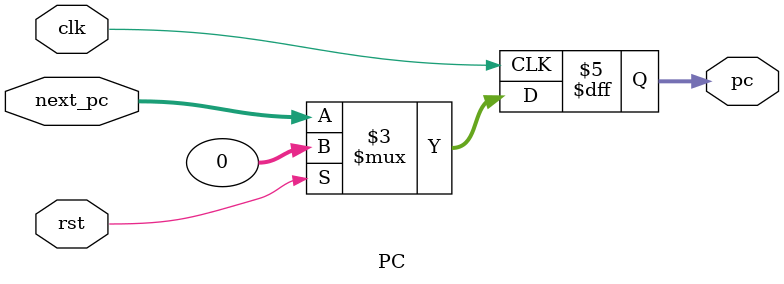
<source format=sv>
module PC (
    input  logic        clk,
    input  logic        rst,
    input  logic [31:0] next_pc,

    output logic [31:0] pc
);

    always_ff @(posedge clk) begin
        if (rst)
            pc <= 32'd0;
        else
            pc <= next_pc;
    end

endmodule

</source>
